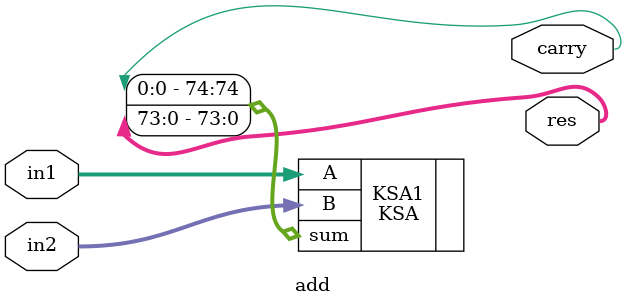
<source format=sv>
module add #(parameter width = 74) (
    input logic [width - 1:0] in1, in2,             // Inputs
    output logic [width - 1:0] res,                 // Result
    output logic carry                              // Carry
);
    KSA #(.width(width)) KSA1(.A(in1), .B(in2), .sum({carry, res}));

    //assign {carry, res} = in1 + in2;                // Behavioral prefered because of latency and parametrization
endmodule

</source>
